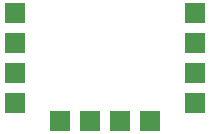
<source format=gbr>
%TF.GenerationSoftware,KiCad,Pcbnew,8.0.3*%
%TF.CreationDate,2024-10-24T18:29:52-05:00*%
%TF.ProjectId,EZ-VIK,455a2d56-494b-42e6-9b69-6361645f7063,rev?*%
%TF.SameCoordinates,Original*%
%TF.FileFunction,Copper,L2,Bot*%
%TF.FilePolarity,Positive*%
%FSLAX46Y46*%
G04 Gerber Fmt 4.6, Leading zero omitted, Abs format (unit mm)*
G04 Created by KiCad (PCBNEW 8.0.3) date 2024-10-24 18:29:52*
%MOMM*%
%LPD*%
G01*
G04 APERTURE LIST*
%TA.AperFunction,ComponentPad*%
%ADD10R,1.680000X1.680000*%
%TD*%
G04 APERTURE END LIST*
D10*
%TO.P,J2,1,Pin_1*%
%TO.N,MOSI*%
X151125000Y-102108000D03*
%TO.P,J2,2,Pin_2*%
%TO.N,GP_AD1*%
X153675000Y-102108000D03*
%TO.P,J2,3,Pin_3*%
%TO.N,+5V*%
X156210000Y-102108000D03*
%TO.P,J2,4,Pin_4*%
%TO.N,RGB_DO*%
X158745000Y-102108000D03*
%TD*%
%TO.P,J3,1,Pin_1*%
%TO.N,+3V3*%
X162560000Y-92954000D03*
%TO.P,J3,2,Pin_2*%
%TO.N,GND*%
X162560000Y-95504000D03*
%TO.P,J3,3,Pin_3*%
%TO.N,SDA*%
X162560000Y-98039000D03*
%TO.P,J3,4,Pin_4*%
%TO.N,SCL*%
X162560000Y-100574000D03*
%TD*%
%TO.P,J1,1,Pin_1*%
%TO.N,SCLK*%
X147320000Y-92964000D03*
%TO.P,J1,2,Pin_2*%
%TO.N,MISO*%
X147320000Y-95514000D03*
%TO.P,J1,3,Pin_3*%
%TO.N,SPI_CS*%
X147320000Y-98049000D03*
%TO.P,J1,4,Pin_4*%
%TO.N,GP_AD2*%
X147320000Y-100584000D03*
%TD*%
M02*

</source>
